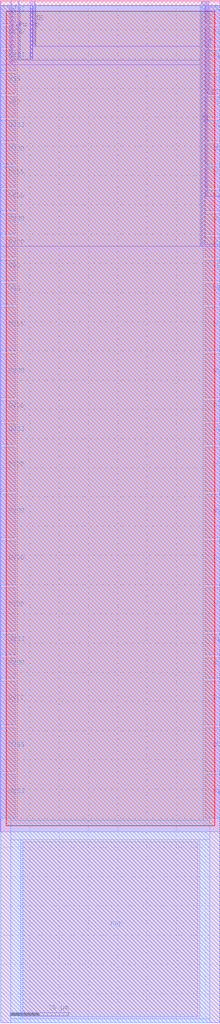
<source format=lef>
VERSION 5.7 ;
  NOWIREEXTENSIONATPIN ON ;
  DIVIDERCHAR "/" ;
  BUSBITCHARS "[]" ;
MACRO gf180mcu_ocd_io__bi_24t
  CLASS PAD INOUT ;
  FOREIGN gf180mcu_ocd_io__bi_24t ;
  ORIGIN 0.000 0.000 ;
  SIZE 75.000 BY 350.000 ;
  SYMMETRY X Y R90 ;
  SITE GF_IO_Site ;
  PIN A
    DIRECTION INPUT ;
    USE SIGNAL ;
    ANTENNAGATEAREA 0.504000 ;
    ANTENNADIFFAREA 1.000000 ;
    PORT
      LAYER Metal2 ;
        RECT 69.400 266.830 69.780 349.760 ;
    END
  END A
  PIN CS
    DIRECTION INPUT ;
    USE SIGNAL ;
    ANTENNAGATEAREA 0.504000 ;
    ANTENNADIFFAREA 1.000000 ;
    PORT
      LAYER Metal2 ;
        RECT 3.360 328.305 3.740 349.760 ;
    END
  END CS
  PIN DVDD
    DIRECTION INOUT ;
    USE POWER ;
    PORT
      LAYER Metal4 ;
        RECT 0.000 118.000 5.000 125.000 ;
    END
    PORT
      LAYER Metal4 ;
        RECT 0.000 134.000 5.000 149.000 ;
    END
    PORT
      LAYER Metal4 ;
        RECT 0.000 150.000 5.000 165.000 ;
    END
    PORT
      LAYER Metal4 ;
        RECT 0.000 166.000 5.000 181.000 ;
    END
    PORT
      LAYER Metal4 ;
        RECT 0.000 182.000 5.000 197.000 ;
    END
    PORT
      LAYER Metal4 ;
        RECT 0.000 206.000 5.000 213.000 ;
    END
    PORT
      LAYER Metal4 ;
        RECT 0.000 214.000 5.000 229.000 ;
    END
    PORT
      LAYER Metal4 ;
        RECT 0.000 262.000 5.000 269.000 ;
    END
    PORT
      LAYER Metal4 ;
        RECT 0.000 270.000 5.000 277.000 ;
    END
    PORT
      LAYER Metal4 ;
        RECT 0.000 278.000 5.000 285.000 ;
    END
    PORT
      LAYER Metal4 ;
        RECT 0.000 294.000 5.000 301.000 ;
    END
    PORT
      LAYER Metal4 ;
        RECT 0.000 334.000 5.000 341.000 ;
    END
    PORT
      LAYER Metal4 ;
        RECT 70.000 118.000 75.000 125.000 ;
    END
    PORT
      LAYER Metal4 ;
        RECT 70.000 134.000 75.000 149.000 ;
    END
    PORT
      LAYER Metal4 ;
        RECT 70.000 150.000 75.000 165.000 ;
    END
    PORT
      LAYER Metal4 ;
        RECT 70.000 166.000 75.000 181.000 ;
    END
    PORT
      LAYER Metal4 ;
        RECT 70.000 182.000 75.000 197.000 ;
    END
    PORT
      LAYER Metal4 ;
        RECT 70.000 206.000 75.000 213.000 ;
    END
    PORT
      LAYER Metal4 ;
        RECT 70.000 214.000 75.000 229.000 ;
    END
    PORT
      LAYER Metal4 ;
        RECT 70.000 262.000 75.000 269.000 ;
    END
    PORT
      LAYER Metal4 ;
        RECT 70.000 270.000 75.000 277.000 ;
    END
    PORT
      LAYER Metal4 ;
        RECT 70.000 278.000 75.000 285.000 ;
    END
    PORT
      LAYER Metal4 ;
        RECT 70.000 294.000 75.000 301.000 ;
    END
    PORT
      LAYER Metal4 ;
        RECT 70.000 334.000 75.000 341.000 ;
    END
  END DVDD
  PIN DVSS
    DIRECTION INOUT ;
    USE GROUND ;
    PORT
      LAYER Metal4 ;
        RECT 0.000 70.000 5.000 85.000 ;
    END
    PORT
      LAYER Metal4 ;
        RECT 0.000 86.000 5.000 101.000 ;
    END
    PORT
      LAYER Metal4 ;
        RECT 0.000 102.000 5.000 117.000 ;
    END
    PORT
      LAYER Metal4 ;
        RECT 0.000 126.000 5.000 133.000 ;
    END
    PORT
      LAYER Metal4 ;
        RECT 0.000 198.000 5.000 205.000 ;
    END
    PORT
      LAYER Metal4 ;
        RECT 0.000 230.000 5.000 245.000 ;
    END
    PORT
      LAYER Metal4 ;
        RECT 0.000 286.000 5.000 293.000 ;
    END
    PORT
      LAYER Metal4 ;
        RECT 0.000 302.000 5.000 309.000 ;
    END
    PORT
      LAYER Metal4 ;
        RECT 0.000 326.000 5.000 333.000 ;
    END
    PORT
      LAYER Metal4 ;
        RECT 0.000 342.000 5.000 348.390 ;
    END
    PORT
      LAYER Metal4 ;
        RECT 70.000 70.000 75.000 85.000 ;
    END
    PORT
      LAYER Metal4 ;
        RECT 70.000 86.000 75.000 101.000 ;
    END
    PORT
      LAYER Metal4 ;
        RECT 70.000 102.000 75.000 117.000 ;
    END
    PORT
      LAYER Metal4 ;
        RECT 70.000 126.000 75.000 133.000 ;
    END
    PORT
      LAYER Metal4 ;
        RECT 70.000 198.000 75.000 205.000 ;
    END
    PORT
      LAYER Metal4 ;
        RECT 70.000 230.000 75.000 245.000 ;
    END
    PORT
      LAYER Metal4 ;
        RECT 70.000 286.000 75.000 293.000 ;
    END
    PORT
      LAYER Metal4 ;
        RECT 70.000 302.000 75.000 309.000 ;
    END
    PORT
      LAYER Metal4 ;
        RECT 70.000 326.000 75.000 333.000 ;
    END
    PORT
      LAYER Metal4 ;
        RECT 70.000 342.000 75.000 348.390 ;
    END
  END DVSS
  PIN IE
    DIRECTION INPUT ;
    USE SIGNAL ;
    ANTENNAGATEAREA 0.504000 ;
    ANTENNADIFFAREA 1.000000 ;
    PORT
      LAYER Metal2 ;
        RECT 11.385 334.680 11.765 349.760 ;
    END
  END IE
  PIN OE
    DIRECTION INPUT ;
    USE SIGNAL ;
    ANTENNAGATEAREA 2.016000 ;
    ANTENNADIFFAREA 7.776000 ;
    PORT
      LAYER Metal2 ;
        RECT 70.130 283.205 70.510 349.760 ;
    END
  END OE
  PIN PAD
    DIRECTION INOUT ;
    USE SIGNAL ;
    ANTENNADIFFAREA 335.279999 ;
    PORT
      LAYER Metal4 ;
        RECT 7.500 2.000 67.500 62.000 ;
    END
  END PAD
  PIN PD
    DIRECTION INPUT ;
    USE SIGNAL ;
    ANTENNAGATEAREA 1.512000 ;
    ANTENNADIFFAREA 1.000000 ;
    PORT
      LAYER Metal2 ;
        RECT 10.330 329.860 10.710 349.760 ;
    END
  END PD
  PIN PU
    DIRECTION INPUT ;
    USE SIGNAL ;
    ANTENNAGATEAREA 1.008000 ;
    ANTENNADIFFAREA 1.795000 ;
    PORT
      LAYER Metal2 ;
        RECT 5.965 330.180 6.345 349.760 ;
    END
  END PU
  PIN SL
    DIRECTION INPUT ;
    USE SIGNAL ;
    ANTENNAGATEAREA 0.504000 ;
    ANTENNADIFFAREA 1.000000 ;
    PORT
      LAYER Metal2 ;
        RECT 68.670 266.100 69.050 349.760 ;
    END
  END SL
  PIN VDD
    DIRECTION INOUT ;
    USE POWER ;
    PORT
      LAYER Metal4 ;
        RECT 0.000 254.000 5.000 261.000 ;
    END
    PORT
      LAYER Metal4 ;
        RECT 0.000 310.000 5.000 317.000 ;
    END
    PORT
      LAYER Metal4 ;
        RECT 70.000 254.000 75.000 261.000 ;
    END
    PORT
      LAYER Metal4 ;
        RECT 70.000 310.000 75.000 317.000 ;
    END
  END VDD
  PIN VSS
    DIRECTION INOUT ;
    USE GROUND ;
    PORT
      LAYER Metal4 ;
        RECT 0.000 246.000 5.000 253.000 ;
    END
    PORT
      LAYER Metal4 ;
        RECT 0.000 318.000 5.000 325.000 ;
    END
    PORT
      LAYER Metal4 ;
        RECT 70.000 246.000 75.000 253.000 ;
    END
    PORT
      LAYER Metal4 ;
        RECT 70.000 318.000 75.000 325.000 ;
    END
  END VSS
  PIN Y
    DIRECTION OUTPUT ;
    USE SIGNAL ;
    ANTENNADIFFAREA 3.240000 ;
    PORT
      LAYER Metal2 ;
        RECT 70.860 319.660 71.240 349.760 ;
    END
  END Y
  OBS
      LAYER Nwell ;
        RECT 1.805 67.400 73.195 346.295 ;
      LAYER Metal1 ;
        RECT -0.160 65.450 75.160 349.785 ;
      LAYER Metal2 ;
        RECT 0.000 328.005 3.060 348.135 ;
        RECT 4.040 329.880 5.665 348.135 ;
        RECT 6.645 329.880 10.030 348.135 ;
        RECT 4.040 329.560 10.030 329.880 ;
        RECT 11.010 334.380 11.085 348.135 ;
        RECT 12.065 334.380 68.370 348.135 ;
        RECT 11.010 329.560 68.370 334.380 ;
        RECT 4.040 328.005 68.370 329.560 ;
        RECT 0.000 265.800 68.370 328.005 ;
        RECT 71.540 319.360 75.000 348.135 ;
        RECT 70.810 282.905 75.000 319.360 ;
        RECT 70.080 266.530 75.000 282.905 ;
        RECT 69.350 265.800 75.000 266.530 ;
        RECT 0.000 0.000 75.000 265.800 ;
      LAYER Metal3 ;
        RECT 0.000 0.000 75.000 348.390 ;
      LAYER Metal4 ;
        RECT 5.600 69.400 69.400 348.390 ;
        RECT 3.500 62.600 71.500 69.400 ;
        RECT 3.500 1.400 6.900 62.600 ;
        RECT 68.100 1.400 71.500 62.600 ;
        RECT 3.500 0.000 71.500 1.400 ;
  END
END gf180mcu_ocd_io__bi_24t
END LIBRARY


</source>
